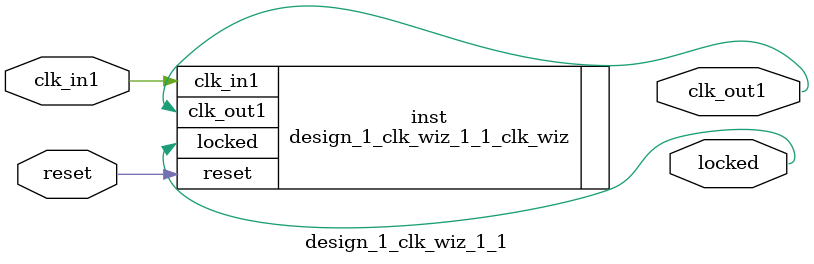
<source format=v>


`timescale 1ps/1ps

(* CORE_GENERATION_INFO = "design_1_clk_wiz_1_1,clk_wiz_v5_4_0_0,{component_name=design_1_clk_wiz_1_1,use_phase_alignment=true,use_min_o_jitter=false,use_max_i_jitter=false,use_dyn_phase_shift=false,use_inclk_switchover=false,use_dyn_reconfig=false,enable_axi=0,feedback_source=FDBK_AUTO,PRIMITIVE=MMCM,num_out_clk=1,clkin1_period=10.000,clkin2_period=10.000,use_power_down=false,use_reset=true,use_locked=true,use_inclk_stopped=false,feedback_type=SINGLE,CLOCK_MGR_TYPE=NA,manual_override=false}" *)

module design_1_clk_wiz_1_1 
 (
  // Clock out ports
  output        clk_out1,
  // Status and control signals
  input         reset,
  output        locked,
 // Clock in ports
  input         clk_in1
 );

  design_1_clk_wiz_1_1_clk_wiz inst
  (
  // Clock out ports  
  .clk_out1(clk_out1),
  // Status and control signals               
  .reset(reset), 
  .locked(locked),
 // Clock in ports
  .clk_in1(clk_in1)
  );

endmodule

</source>
